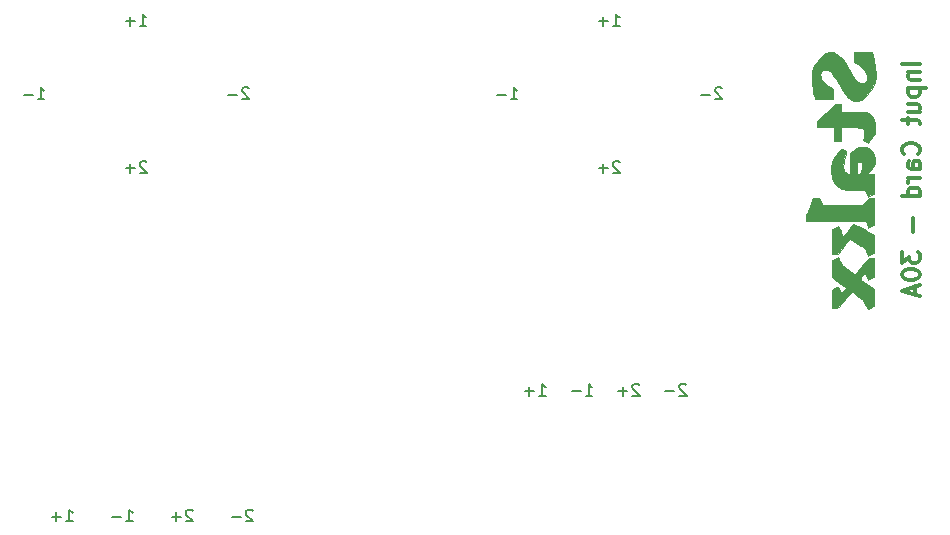
<source format=gbr>
%TF.GenerationSoftware,KiCad,Pcbnew,(5.1.6)-1*%
%TF.CreationDate,2020-12-17T23:04:29+01:00*%
%TF.ProjectId,Ingressi,496e6772-6573-4736-992e-6b696361645f,v1.0*%
%TF.SameCoordinates,Original*%
%TF.FileFunction,Legend,Bot*%
%TF.FilePolarity,Positive*%
%FSLAX46Y46*%
G04 Gerber Fmt 4.6, Leading zero omitted, Abs format (unit mm)*
G04 Created by KiCad (PCBNEW (5.1.6)-1) date 2020-12-17 23:04:29*
%MOMM*%
%LPD*%
G01*
G04 APERTURE LIST*
%ADD10C,0.150000*%
%ADD11C,0.300000*%
%ADD12C,0.010000*%
G04 APERTURE END LIST*
D10*
X55804761Y-55997619D02*
X55757142Y-55950000D01*
X55661904Y-55902380D01*
X55423809Y-55902380D01*
X55328571Y-55950000D01*
X55280952Y-55997619D01*
X55233333Y-56092857D01*
X55233333Y-56188095D01*
X55280952Y-56330952D01*
X55852380Y-56902380D01*
X55233333Y-56902380D01*
X54804761Y-56521428D02*
X54042857Y-56521428D01*
X54423809Y-56902380D02*
X54423809Y-56140476D01*
X55233333Y-44436380D02*
X55804761Y-44436380D01*
X55519047Y-44436380D02*
X55519047Y-43436380D01*
X55614285Y-43579238D01*
X55709523Y-43674476D01*
X55804761Y-43722095D01*
X54804761Y-44055428D02*
X54042857Y-44055428D01*
X54423809Y-44436380D02*
X54423809Y-43674476D01*
X46583333Y-50652380D02*
X47154761Y-50652380D01*
X46869047Y-50652380D02*
X46869047Y-49652380D01*
X46964285Y-49795238D01*
X47059523Y-49890476D01*
X47154761Y-49938095D01*
X46154761Y-50271428D02*
X45392857Y-50271428D01*
X64465961Y-49747619D02*
X64418342Y-49700000D01*
X64323104Y-49652380D01*
X64085009Y-49652380D01*
X63989771Y-49700000D01*
X63942152Y-49747619D01*
X63894533Y-49842857D01*
X63894533Y-49938095D01*
X63942152Y-50080952D01*
X64513580Y-50652380D01*
X63894533Y-50652380D01*
X63465961Y-50271428D02*
X62704057Y-50271428D01*
X95854761Y-55997619D02*
X95807142Y-55950000D01*
X95711904Y-55902380D01*
X95473809Y-55902380D01*
X95378571Y-55950000D01*
X95330952Y-55997619D01*
X95283333Y-56092857D01*
X95283333Y-56188095D01*
X95330952Y-56330952D01*
X95902380Y-56902380D01*
X95283333Y-56902380D01*
X94854761Y-56521428D02*
X94092857Y-56521428D01*
X94473809Y-56902380D02*
X94473809Y-56140476D01*
X95283333Y-44436380D02*
X95854761Y-44436380D01*
X95569047Y-44436380D02*
X95569047Y-43436380D01*
X95664285Y-43579238D01*
X95759523Y-43674476D01*
X95854761Y-43722095D01*
X94854761Y-44055428D02*
X94092857Y-44055428D01*
X94473809Y-44436380D02*
X94473809Y-43674476D01*
X86633333Y-50652380D02*
X87204761Y-50652380D01*
X86919047Y-50652380D02*
X86919047Y-49652380D01*
X87014285Y-49795238D01*
X87109523Y-49890476D01*
X87204761Y-49938095D01*
X86204761Y-50271428D02*
X85442857Y-50271428D01*
X104515961Y-49747619D02*
X104468342Y-49700000D01*
X104373104Y-49652380D01*
X104135009Y-49652380D01*
X104039771Y-49700000D01*
X103992152Y-49747619D01*
X103944533Y-49842857D01*
X103944533Y-49938095D01*
X103992152Y-50080952D01*
X104563580Y-50652380D01*
X103944533Y-50652380D01*
X103515961Y-50271428D02*
X102754057Y-50271428D01*
X48983333Y-86405980D02*
X49554761Y-86405980D01*
X49269047Y-86405980D02*
X49269047Y-85405980D01*
X49364285Y-85548838D01*
X49459523Y-85644076D01*
X49554761Y-85691695D01*
X48554761Y-86025028D02*
X47792857Y-86025028D01*
X48173809Y-86405980D02*
X48173809Y-85644076D01*
X54063333Y-86405980D02*
X54634761Y-86405980D01*
X54349047Y-86405980D02*
X54349047Y-85405980D01*
X54444285Y-85548838D01*
X54539523Y-85644076D01*
X54634761Y-85691695D01*
X53634761Y-86025028D02*
X52872857Y-86025028D01*
X64794761Y-85501219D02*
X64747142Y-85453600D01*
X64651904Y-85405980D01*
X64413809Y-85405980D01*
X64318571Y-85453600D01*
X64270952Y-85501219D01*
X64223333Y-85596457D01*
X64223333Y-85691695D01*
X64270952Y-85834552D01*
X64842380Y-86405980D01*
X64223333Y-86405980D01*
X63794761Y-86025028D02*
X63032857Y-86025028D01*
X59714761Y-85501219D02*
X59667142Y-85453600D01*
X59571904Y-85405980D01*
X59333809Y-85405980D01*
X59238571Y-85453600D01*
X59190952Y-85501219D01*
X59143333Y-85596457D01*
X59143333Y-85691695D01*
X59190952Y-85834552D01*
X59762380Y-86405980D01*
X59143333Y-86405980D01*
X58714761Y-86025028D02*
X57952857Y-86025028D01*
X58333809Y-86405980D02*
X58333809Y-85644076D01*
X92993333Y-75752380D02*
X93564761Y-75752380D01*
X93279047Y-75752380D02*
X93279047Y-74752380D01*
X93374285Y-74895238D01*
X93469523Y-74990476D01*
X93564761Y-75038095D01*
X92564761Y-75371428D02*
X91802857Y-75371428D01*
X97524761Y-74847619D02*
X97477142Y-74800000D01*
X97381904Y-74752380D01*
X97143809Y-74752380D01*
X97048571Y-74800000D01*
X97000952Y-74847619D01*
X96953333Y-74942857D01*
X96953333Y-75038095D01*
X97000952Y-75180952D01*
X97572380Y-75752380D01*
X96953333Y-75752380D01*
X96524761Y-75371428D02*
X95762857Y-75371428D01*
X96143809Y-75752380D02*
X96143809Y-74990476D01*
X89033333Y-75752380D02*
X89604761Y-75752380D01*
X89319047Y-75752380D02*
X89319047Y-74752380D01*
X89414285Y-74895238D01*
X89509523Y-74990476D01*
X89604761Y-75038095D01*
X88604761Y-75371428D02*
X87842857Y-75371428D01*
X88223809Y-75752380D02*
X88223809Y-74990476D01*
X101484761Y-74847619D02*
X101437142Y-74800000D01*
X101341904Y-74752380D01*
X101103809Y-74752380D01*
X101008571Y-74800000D01*
X100960952Y-74847619D01*
X100913333Y-74942857D01*
X100913333Y-75038095D01*
X100960952Y-75180952D01*
X101532380Y-75752380D01*
X100913333Y-75752380D01*
X100484761Y-75371428D02*
X99722857Y-75371428D01*
D11*
X121278571Y-47650000D02*
X119778571Y-47650000D01*
X120278571Y-48364285D02*
X121278571Y-48364285D01*
X120421428Y-48364285D02*
X120350000Y-48435714D01*
X120278571Y-48578571D01*
X120278571Y-48792857D01*
X120350000Y-48935714D01*
X120492857Y-49007142D01*
X121278571Y-49007142D01*
X120278571Y-49721428D02*
X121778571Y-49721428D01*
X120350000Y-49721428D02*
X120278571Y-49864285D01*
X120278571Y-50150000D01*
X120350000Y-50292857D01*
X120421428Y-50364285D01*
X120564285Y-50435714D01*
X120992857Y-50435714D01*
X121135714Y-50364285D01*
X121207142Y-50292857D01*
X121278571Y-50150000D01*
X121278571Y-49864285D01*
X121207142Y-49721428D01*
X120278571Y-51721428D02*
X121278571Y-51721428D01*
X120278571Y-51078571D02*
X121064285Y-51078571D01*
X121207142Y-51150000D01*
X121278571Y-51292857D01*
X121278571Y-51507142D01*
X121207142Y-51650000D01*
X121135714Y-51721428D01*
X120278571Y-52221428D02*
X120278571Y-52792857D01*
X119778571Y-52435714D02*
X121064285Y-52435714D01*
X121207142Y-52507142D01*
X121278571Y-52650000D01*
X121278571Y-52792857D01*
X121135714Y-55292857D02*
X121207142Y-55221428D01*
X121278571Y-55007142D01*
X121278571Y-54864285D01*
X121207142Y-54650000D01*
X121064285Y-54507142D01*
X120921428Y-54435714D01*
X120635714Y-54364285D01*
X120421428Y-54364285D01*
X120135714Y-54435714D01*
X119992857Y-54507142D01*
X119850000Y-54650000D01*
X119778571Y-54864285D01*
X119778571Y-55007142D01*
X119850000Y-55221428D01*
X119921428Y-55292857D01*
X121278571Y-56578571D02*
X120492857Y-56578571D01*
X120350000Y-56507142D01*
X120278571Y-56364285D01*
X120278571Y-56078571D01*
X120350000Y-55935714D01*
X121207142Y-56578571D02*
X121278571Y-56435714D01*
X121278571Y-56078571D01*
X121207142Y-55935714D01*
X121064285Y-55864285D01*
X120921428Y-55864285D01*
X120778571Y-55935714D01*
X120707142Y-56078571D01*
X120707142Y-56435714D01*
X120635714Y-56578571D01*
X121278571Y-57292857D02*
X120278571Y-57292857D01*
X120564285Y-57292857D02*
X120421428Y-57364285D01*
X120350000Y-57435714D01*
X120278571Y-57578571D01*
X120278571Y-57721428D01*
X121278571Y-58864285D02*
X119778571Y-58864285D01*
X121207142Y-58864285D02*
X121278571Y-58721428D01*
X121278571Y-58435714D01*
X121207142Y-58292857D01*
X121135714Y-58221428D01*
X120992857Y-58150000D01*
X120564285Y-58150000D01*
X120421428Y-58221428D01*
X120350000Y-58292857D01*
X120278571Y-58435714D01*
X120278571Y-58721428D01*
X120350000Y-58864285D01*
X120707142Y-60721428D02*
X120707142Y-61864285D01*
X119778571Y-63578571D02*
X119778571Y-64507142D01*
X120350000Y-64007142D01*
X120350000Y-64221428D01*
X120421428Y-64364285D01*
X120492857Y-64435714D01*
X120635714Y-64507142D01*
X120992857Y-64507142D01*
X121135714Y-64435714D01*
X121207142Y-64364285D01*
X121278571Y-64221428D01*
X121278571Y-63792857D01*
X121207142Y-63650000D01*
X121135714Y-63578571D01*
X119778571Y-65435714D02*
X119778571Y-65578571D01*
X119850000Y-65721428D01*
X119921428Y-65792857D01*
X120064285Y-65864285D01*
X120350000Y-65935714D01*
X120707142Y-65935714D01*
X120992857Y-65864285D01*
X121135714Y-65792857D01*
X121207142Y-65721428D01*
X121278571Y-65578571D01*
X121278571Y-65435714D01*
X121207142Y-65292857D01*
X121135714Y-65221428D01*
X120992857Y-65150000D01*
X120707142Y-65078571D01*
X120350000Y-65078571D01*
X120064285Y-65150000D01*
X119921428Y-65221428D01*
X119850000Y-65292857D01*
X119778571Y-65435714D01*
X120850000Y-66507142D02*
X120850000Y-67221428D01*
X121278571Y-66364285D02*
X119778571Y-66864285D01*
X121278571Y-67364285D01*
D12*
G36*
X112124550Y-48712848D02*
G01*
X112135729Y-49024732D01*
X112165953Y-49361386D01*
X112213185Y-49708847D01*
X112275392Y-50053150D01*
X112350538Y-50380333D01*
X112387192Y-50515322D01*
X112420316Y-50631077D01*
X113960590Y-50631077D01*
X113960590Y-49780646D01*
X113811762Y-49707262D01*
X113540072Y-49553078D01*
X113297933Y-49371771D01*
X113202869Y-49286053D01*
X113074347Y-49154311D01*
X112979512Y-49033241D01*
X112912421Y-48914179D01*
X112871130Y-48802552D01*
X112841037Y-48642679D01*
X112847807Y-48501688D01*
X112889386Y-48382675D01*
X112963719Y-48288735D01*
X113068751Y-48222965D01*
X113202429Y-48188458D01*
X113281717Y-48183896D01*
X113379985Y-48190177D01*
X113472703Y-48210459D01*
X113562381Y-48247382D01*
X113651530Y-48303583D01*
X113742659Y-48381699D01*
X113838278Y-48484369D01*
X113940898Y-48614229D01*
X114053029Y-48773917D01*
X114177181Y-48966072D01*
X114315864Y-49193330D01*
X114435562Y-49396355D01*
X114583372Y-49646099D01*
X114715110Y-49859828D01*
X114833688Y-50041333D01*
X114942014Y-50194402D01*
X115042997Y-50322824D01*
X115139548Y-50430389D01*
X115234574Y-50520886D01*
X115330986Y-50598105D01*
X115389530Y-50638859D01*
X115529835Y-50722554D01*
X115658179Y-50776525D01*
X115789884Y-50805693D01*
X115937828Y-50814961D01*
X116026584Y-50814161D01*
X116093812Y-50807605D01*
X116155291Y-50791371D01*
X116226805Y-50761535D01*
X116304966Y-50723691D01*
X116487579Y-50613158D01*
X116670086Y-50465420D01*
X116847657Y-50287114D01*
X117015465Y-50084878D01*
X117168681Y-49865349D01*
X117302475Y-49635167D01*
X117412020Y-49400968D01*
X117492486Y-49169390D01*
X117521380Y-49051504D01*
X117537961Y-48935777D01*
X117547774Y-48789414D01*
X117550463Y-48625409D01*
X117545671Y-48456755D01*
X117540069Y-48371094D01*
X117512893Y-48079933D01*
X117478164Y-47787454D01*
X117437389Y-47503652D01*
X117392073Y-47238519D01*
X117343723Y-47002049D01*
X117316695Y-46889055D01*
X117256171Y-46651302D01*
X116479301Y-46645508D01*
X115702430Y-46639714D01*
X115702430Y-47472174D01*
X115874597Y-47572210D01*
X116119384Y-47729308D01*
X116330392Y-47895629D01*
X116506253Y-48069049D01*
X116645598Y-48247444D01*
X116747060Y-48428692D01*
X116809270Y-48610668D01*
X116830859Y-48791249D01*
X116810459Y-48968310D01*
X116799793Y-49007946D01*
X116743625Y-49123516D01*
X116655807Y-49216526D01*
X116545187Y-49281858D01*
X116420618Y-49314392D01*
X116290948Y-49309011D01*
X116282387Y-49307189D01*
X116198456Y-49282977D01*
X116123574Y-49247049D01*
X116047572Y-49192719D01*
X115960282Y-49113301D01*
X115908479Y-49061329D01*
X115847297Y-48995137D01*
X115784690Y-48919555D01*
X115717678Y-48830178D01*
X115643279Y-48722603D01*
X115558513Y-48592425D01*
X115460399Y-48435241D01*
X115345957Y-48246646D01*
X115262222Y-48106511D01*
X115129841Y-47886345D01*
X115014548Y-47700326D01*
X114912887Y-47543582D01*
X114821404Y-47411239D01*
X114736641Y-47298425D01*
X114655145Y-47200267D01*
X114573458Y-47111892D01*
X114517322Y-47056134D01*
X114360737Y-46916470D01*
X114216027Y-46813052D01*
X114075641Y-46742537D01*
X113932028Y-46701583D01*
X113777636Y-46686848D01*
X113686997Y-46688623D01*
X113558999Y-46701448D01*
X113453205Y-46727647D01*
X113378755Y-46757531D01*
X113184058Y-46867315D01*
X112990857Y-47015016D01*
X112804070Y-47194589D01*
X112628617Y-47399987D01*
X112469418Y-47625164D01*
X112331391Y-47864072D01*
X112219457Y-48110666D01*
X112173560Y-48238802D01*
X112152926Y-48308529D01*
X112138829Y-48375313D01*
X112130140Y-48450066D01*
X112125732Y-48543698D01*
X112124477Y-48667122D01*
X112124550Y-48712848D01*
G37*
X112124550Y-48712848D02*
X112135729Y-49024732D01*
X112165953Y-49361386D01*
X112213185Y-49708847D01*
X112275392Y-50053150D01*
X112350538Y-50380333D01*
X112387192Y-50515322D01*
X112420316Y-50631077D01*
X113960590Y-50631077D01*
X113960590Y-49780646D01*
X113811762Y-49707262D01*
X113540072Y-49553078D01*
X113297933Y-49371771D01*
X113202869Y-49286053D01*
X113074347Y-49154311D01*
X112979512Y-49033241D01*
X112912421Y-48914179D01*
X112871130Y-48802552D01*
X112841037Y-48642679D01*
X112847807Y-48501688D01*
X112889386Y-48382675D01*
X112963719Y-48288735D01*
X113068751Y-48222965D01*
X113202429Y-48188458D01*
X113281717Y-48183896D01*
X113379985Y-48190177D01*
X113472703Y-48210459D01*
X113562381Y-48247382D01*
X113651530Y-48303583D01*
X113742659Y-48381699D01*
X113838278Y-48484369D01*
X113940898Y-48614229D01*
X114053029Y-48773917D01*
X114177181Y-48966072D01*
X114315864Y-49193330D01*
X114435562Y-49396355D01*
X114583372Y-49646099D01*
X114715110Y-49859828D01*
X114833688Y-50041333D01*
X114942014Y-50194402D01*
X115042997Y-50322824D01*
X115139548Y-50430389D01*
X115234574Y-50520886D01*
X115330986Y-50598105D01*
X115389530Y-50638859D01*
X115529835Y-50722554D01*
X115658179Y-50776525D01*
X115789884Y-50805693D01*
X115937828Y-50814961D01*
X116026584Y-50814161D01*
X116093812Y-50807605D01*
X116155291Y-50791371D01*
X116226805Y-50761535D01*
X116304966Y-50723691D01*
X116487579Y-50613158D01*
X116670086Y-50465420D01*
X116847657Y-50287114D01*
X117015465Y-50084878D01*
X117168681Y-49865349D01*
X117302475Y-49635167D01*
X117412020Y-49400968D01*
X117492486Y-49169390D01*
X117521380Y-49051504D01*
X117537961Y-48935777D01*
X117547774Y-48789414D01*
X117550463Y-48625409D01*
X117545671Y-48456755D01*
X117540069Y-48371094D01*
X117512893Y-48079933D01*
X117478164Y-47787454D01*
X117437389Y-47503652D01*
X117392073Y-47238519D01*
X117343723Y-47002049D01*
X117316695Y-46889055D01*
X117256171Y-46651302D01*
X116479301Y-46645508D01*
X115702430Y-46639714D01*
X115702430Y-47472174D01*
X115874597Y-47572210D01*
X116119384Y-47729308D01*
X116330392Y-47895629D01*
X116506253Y-48069049D01*
X116645598Y-48247444D01*
X116747060Y-48428692D01*
X116809270Y-48610668D01*
X116830859Y-48791249D01*
X116810459Y-48968310D01*
X116799793Y-49007946D01*
X116743625Y-49123516D01*
X116655807Y-49216526D01*
X116545187Y-49281858D01*
X116420618Y-49314392D01*
X116290948Y-49309011D01*
X116282387Y-49307189D01*
X116198456Y-49282977D01*
X116123574Y-49247049D01*
X116047572Y-49192719D01*
X115960282Y-49113301D01*
X115908479Y-49061329D01*
X115847297Y-48995137D01*
X115784690Y-48919555D01*
X115717678Y-48830178D01*
X115643279Y-48722603D01*
X115558513Y-48592425D01*
X115460399Y-48435241D01*
X115345957Y-48246646D01*
X115262222Y-48106511D01*
X115129841Y-47886345D01*
X115014548Y-47700326D01*
X114912887Y-47543582D01*
X114821404Y-47411239D01*
X114736641Y-47298425D01*
X114655145Y-47200267D01*
X114573458Y-47111892D01*
X114517322Y-47056134D01*
X114360737Y-46916470D01*
X114216027Y-46813052D01*
X114075641Y-46742537D01*
X113932028Y-46701583D01*
X113777636Y-46686848D01*
X113686997Y-46688623D01*
X113558999Y-46701448D01*
X113453205Y-46727647D01*
X113378755Y-46757531D01*
X113184058Y-46867315D01*
X112990857Y-47015016D01*
X112804070Y-47194589D01*
X112628617Y-47399987D01*
X112469418Y-47625164D01*
X112331391Y-47864072D01*
X112219457Y-48110666D01*
X112173560Y-48238802D01*
X112152926Y-48308529D01*
X112138829Y-48375313D01*
X112130140Y-48450066D01*
X112125732Y-48543698D01*
X112124477Y-48667122D01*
X112124550Y-48712848D01*
G36*
X114048784Y-53056424D02*
G01*
X114048784Y-54225000D01*
X114577951Y-54225000D01*
X114577951Y-53056424D01*
X115456635Y-53056424D01*
X115676442Y-53056467D01*
X115856526Y-53056749D01*
X116001259Y-53057497D01*
X116115016Y-53058939D01*
X116202170Y-53061305D01*
X116267093Y-53064822D01*
X116314161Y-53069717D01*
X116347746Y-53076220D01*
X116372222Y-53084559D01*
X116391962Y-53094961D01*
X116409045Y-53106108D01*
X116485895Y-53174413D01*
X116539328Y-53263915D01*
X116574404Y-53383942D01*
X116581625Y-53424292D01*
X116590870Y-53607808D01*
X116563666Y-53810861D01*
X116517799Y-53978934D01*
X116495334Y-54053087D01*
X116481322Y-54111135D01*
X116478760Y-54139665D01*
X116499938Y-54155381D01*
X116551142Y-54183366D01*
X116621803Y-54218663D01*
X116701353Y-54256318D01*
X116779223Y-54291373D01*
X116844845Y-54318872D01*
X116887652Y-54333860D01*
X116895799Y-54335243D01*
X116913775Y-54318731D01*
X116954354Y-54272758D01*
X117013065Y-54202670D01*
X117085434Y-54113810D01*
X117166991Y-54011525D01*
X117172477Y-54004572D01*
X117265618Y-53886410D01*
X117336014Y-53793641D01*
X117387093Y-53716908D01*
X117422280Y-53646854D01*
X117445000Y-53574124D01*
X117458681Y-53489360D01*
X117466749Y-53383206D01*
X117472629Y-53246305D01*
X117475258Y-53177691D01*
X117478758Y-52976491D01*
X117471784Y-52809263D01*
X117456428Y-52681375D01*
X117403029Y-52447009D01*
X117325108Y-52248681D01*
X117221275Y-52084888D01*
X117090141Y-51954127D01*
X116930317Y-51854894D01*
X116740414Y-51785684D01*
X116601718Y-51756334D01*
X116548100Y-51751260D01*
X116455406Y-51746625D01*
X116328656Y-51742535D01*
X116172872Y-51739095D01*
X115993074Y-51736410D01*
X115794281Y-51734586D01*
X115581515Y-51733727D01*
X115520529Y-51733674D01*
X114577951Y-51733507D01*
X114577951Y-51027952D01*
X114167774Y-51027952D01*
X112593576Y-52531220D01*
X112593576Y-53056424D01*
X114048784Y-53056424D01*
G37*
X114048784Y-53056424D02*
X114048784Y-54225000D01*
X114577951Y-54225000D01*
X114577951Y-53056424D01*
X115456635Y-53056424D01*
X115676442Y-53056467D01*
X115856526Y-53056749D01*
X116001259Y-53057497D01*
X116115016Y-53058939D01*
X116202170Y-53061305D01*
X116267093Y-53064822D01*
X116314161Y-53069717D01*
X116347746Y-53076220D01*
X116372222Y-53084559D01*
X116391962Y-53094961D01*
X116409045Y-53106108D01*
X116485895Y-53174413D01*
X116539328Y-53263915D01*
X116574404Y-53383942D01*
X116581625Y-53424292D01*
X116590870Y-53607808D01*
X116563666Y-53810861D01*
X116517799Y-53978934D01*
X116495334Y-54053087D01*
X116481322Y-54111135D01*
X116478760Y-54139665D01*
X116499938Y-54155381D01*
X116551142Y-54183366D01*
X116621803Y-54218663D01*
X116701353Y-54256318D01*
X116779223Y-54291373D01*
X116844845Y-54318872D01*
X116887652Y-54333860D01*
X116895799Y-54335243D01*
X116913775Y-54318731D01*
X116954354Y-54272758D01*
X117013065Y-54202670D01*
X117085434Y-54113810D01*
X117166991Y-54011525D01*
X117172477Y-54004572D01*
X117265618Y-53886410D01*
X117336014Y-53793641D01*
X117387093Y-53716908D01*
X117422280Y-53646854D01*
X117445000Y-53574124D01*
X117458681Y-53489360D01*
X117466749Y-53383206D01*
X117472629Y-53246305D01*
X117475258Y-53177691D01*
X117478758Y-52976491D01*
X117471784Y-52809263D01*
X117456428Y-52681375D01*
X117403029Y-52447009D01*
X117325108Y-52248681D01*
X117221275Y-52084888D01*
X117090141Y-51954127D01*
X116930317Y-51854894D01*
X116740414Y-51785684D01*
X116601718Y-51756334D01*
X116548100Y-51751260D01*
X116455406Y-51746625D01*
X116328656Y-51742535D01*
X116172872Y-51739095D01*
X115993074Y-51736410D01*
X115794281Y-51734586D01*
X115581515Y-51733727D01*
X115520529Y-51733674D01*
X114577951Y-51733507D01*
X114577951Y-51027952D01*
X114167774Y-51027952D01*
X112593576Y-52531220D01*
X112593576Y-53056424D01*
X114048784Y-53056424D01*
G36*
X113796176Y-56913066D02*
G01*
X113813940Y-57067507D01*
X113814814Y-57072898D01*
X113877163Y-57349083D01*
X113967933Y-57593126D01*
X114086615Y-57804346D01*
X114232699Y-57982058D01*
X114405677Y-58125582D01*
X114605040Y-58234232D01*
X114710243Y-58273892D01*
X114745009Y-58283933D01*
X114785643Y-58292326D01*
X114836606Y-58299294D01*
X114902358Y-58305058D01*
X114987358Y-58309840D01*
X115096068Y-58313862D01*
X115232948Y-58317347D01*
X115402458Y-58320514D01*
X115609058Y-58323588D01*
X115745318Y-58325385D01*
X116659127Y-58337066D01*
X116752829Y-58568577D01*
X116792963Y-58668268D01*
X116828924Y-58758555D01*
X116856255Y-58828192D01*
X116868867Y-58861355D01*
X116891203Y-58922623D01*
X117156981Y-58789393D01*
X117422758Y-58656163D01*
X117416978Y-57835156D01*
X117411198Y-57014150D01*
X117150090Y-57010275D01*
X117047369Y-57007899D01*
X116961749Y-57004311D01*
X116902288Y-57000000D01*
X116878128Y-56995548D01*
X116887845Y-56975799D01*
X116921201Y-56926844D01*
X116974338Y-56853948D01*
X117043393Y-56762377D01*
X117124507Y-56657394D01*
X117149016Y-56626106D01*
X117251889Y-56493560D01*
X117329721Y-56389082D01*
X117386120Y-56307215D01*
X117424695Y-56242502D01*
X117449053Y-56189487D01*
X117459563Y-56156471D01*
X117481387Y-56014194D01*
X117482540Y-55839753D01*
X117462980Y-55639956D01*
X117462767Y-55638462D01*
X117411192Y-55408065D01*
X117327137Y-55206661D01*
X117211712Y-55035394D01*
X117066027Y-54895407D01*
X116891190Y-54787844D01*
X116688311Y-54713848D01*
X116536167Y-54683466D01*
X116332511Y-54673534D01*
X116138200Y-54703584D01*
X116106938Y-54715422D01*
X116106938Y-55952688D01*
X116205799Y-55968632D01*
X116290417Y-56018766D01*
X116350562Y-56099239D01*
X116353765Y-56106309D01*
X116376057Y-56191858D01*
X116384897Y-56304993D01*
X116380655Y-56431422D01*
X116363701Y-56556854D01*
X116339659Y-56651742D01*
X116303155Y-56752953D01*
X116263206Y-56847624D01*
X116224125Y-56927025D01*
X116190223Y-56982423D01*
X116165814Y-57005089D01*
X116165080Y-57005192D01*
X116131778Y-57007041D01*
X116071280Y-57009433D01*
X116033159Y-57010705D01*
X115922916Y-57014150D01*
X115922916Y-56008688D01*
X116004068Y-55974780D01*
X116106938Y-55952688D01*
X116106938Y-54715422D01*
X115950594Y-54774628D01*
X115767056Y-54887680D01*
X115584949Y-55043751D01*
X115576821Y-55051726D01*
X115393750Y-55232343D01*
X115393750Y-57003125D01*
X115331532Y-57003125D01*
X115203930Y-56982221D01*
X115081806Y-56923932D01*
X114973266Y-56834890D01*
X114886415Y-56721729D01*
X114829767Y-56592492D01*
X114804817Y-56452896D01*
X114801864Y-56280419D01*
X114821038Y-56074017D01*
X114862471Y-55832642D01*
X114926294Y-55555249D01*
X114989361Y-55321434D01*
X115018268Y-55217106D01*
X115041191Y-55129264D01*
X115056147Y-55065914D01*
X115061155Y-55035059D01*
X115060699Y-55033406D01*
X115037040Y-55021706D01*
X114983451Y-54997342D01*
X114910544Y-54964997D01*
X114828931Y-54929353D01*
X114749224Y-54895095D01*
X114704718Y-54876311D01*
X114625852Y-54843359D01*
X114276684Y-55277119D01*
X114179373Y-55399101D01*
X114090227Y-55512926D01*
X114013392Y-55613132D01*
X113953012Y-55694261D01*
X113913233Y-55750853D01*
X113899326Y-55774104D01*
X113864394Y-55878805D01*
X113835199Y-56018129D01*
X113812338Y-56182905D01*
X113796409Y-56363959D01*
X113788007Y-56552119D01*
X113787731Y-56738212D01*
X113796176Y-56913066D01*
G37*
X113796176Y-56913066D02*
X113813940Y-57067507D01*
X113814814Y-57072898D01*
X113877163Y-57349083D01*
X113967933Y-57593126D01*
X114086615Y-57804346D01*
X114232699Y-57982058D01*
X114405677Y-58125582D01*
X114605040Y-58234232D01*
X114710243Y-58273892D01*
X114745009Y-58283933D01*
X114785643Y-58292326D01*
X114836606Y-58299294D01*
X114902358Y-58305058D01*
X114987358Y-58309840D01*
X115096068Y-58313862D01*
X115232948Y-58317347D01*
X115402458Y-58320514D01*
X115609058Y-58323588D01*
X115745318Y-58325385D01*
X116659127Y-58337066D01*
X116752829Y-58568577D01*
X116792963Y-58668268D01*
X116828924Y-58758555D01*
X116856255Y-58828192D01*
X116868867Y-58861355D01*
X116891203Y-58922623D01*
X117156981Y-58789393D01*
X117422758Y-58656163D01*
X117416978Y-57835156D01*
X117411198Y-57014150D01*
X117150090Y-57010275D01*
X117047369Y-57007899D01*
X116961749Y-57004311D01*
X116902288Y-57000000D01*
X116878128Y-56995548D01*
X116887845Y-56975799D01*
X116921201Y-56926844D01*
X116974338Y-56853948D01*
X117043393Y-56762377D01*
X117124507Y-56657394D01*
X117149016Y-56626106D01*
X117251889Y-56493560D01*
X117329721Y-56389082D01*
X117386120Y-56307215D01*
X117424695Y-56242502D01*
X117449053Y-56189487D01*
X117459563Y-56156471D01*
X117481387Y-56014194D01*
X117482540Y-55839753D01*
X117462980Y-55639956D01*
X117462767Y-55638462D01*
X117411192Y-55408065D01*
X117327137Y-55206661D01*
X117211712Y-55035394D01*
X117066027Y-54895407D01*
X116891190Y-54787844D01*
X116688311Y-54713848D01*
X116536167Y-54683466D01*
X116332511Y-54673534D01*
X116138200Y-54703584D01*
X116106938Y-54715422D01*
X116106938Y-55952688D01*
X116205799Y-55968632D01*
X116290417Y-56018766D01*
X116350562Y-56099239D01*
X116353765Y-56106309D01*
X116376057Y-56191858D01*
X116384897Y-56304993D01*
X116380655Y-56431422D01*
X116363701Y-56556854D01*
X116339659Y-56651742D01*
X116303155Y-56752953D01*
X116263206Y-56847624D01*
X116224125Y-56927025D01*
X116190223Y-56982423D01*
X116165814Y-57005089D01*
X116165080Y-57005192D01*
X116131778Y-57007041D01*
X116071280Y-57009433D01*
X116033159Y-57010705D01*
X115922916Y-57014150D01*
X115922916Y-56008688D01*
X116004068Y-55974780D01*
X116106938Y-55952688D01*
X116106938Y-54715422D01*
X115950594Y-54774628D01*
X115767056Y-54887680D01*
X115584949Y-55043751D01*
X115576821Y-55051726D01*
X115393750Y-55232343D01*
X115393750Y-57003125D01*
X115331532Y-57003125D01*
X115203930Y-56982221D01*
X115081806Y-56923932D01*
X114973266Y-56834890D01*
X114886415Y-56721729D01*
X114829767Y-56592492D01*
X114804817Y-56452896D01*
X114801864Y-56280419D01*
X114821038Y-56074017D01*
X114862471Y-55832642D01*
X114926294Y-55555249D01*
X114989361Y-55321434D01*
X115018268Y-55217106D01*
X115041191Y-55129264D01*
X115056147Y-55065914D01*
X115061155Y-55035059D01*
X115060699Y-55033406D01*
X115037040Y-55021706D01*
X114983451Y-54997342D01*
X114910544Y-54964997D01*
X114828931Y-54929353D01*
X114749224Y-54895095D01*
X114704718Y-54876311D01*
X114625852Y-54843359D01*
X114276684Y-55277119D01*
X114179373Y-55399101D01*
X114090227Y-55512926D01*
X114013392Y-55613132D01*
X113953012Y-55694261D01*
X113913233Y-55750853D01*
X113899326Y-55774104D01*
X113864394Y-55878805D01*
X113835199Y-56018129D01*
X113812338Y-56182905D01*
X113796409Y-56363959D01*
X113788007Y-56552119D01*
X113787731Y-56738212D01*
X113796176Y-56913066D01*
G36*
X111672261Y-60719897D02*
G01*
X111678559Y-60960851D01*
X114193627Y-60966456D01*
X116708696Y-60972061D01*
X116792193Y-61242064D01*
X116824953Y-61345321D01*
X116854417Y-61433275D01*
X116877582Y-61497302D01*
X116891450Y-61528780D01*
X116892372Y-61529988D01*
X116917204Y-61527407D01*
X116973279Y-61507618D01*
X117052730Y-61473782D01*
X117147688Y-61429059D01*
X117165638Y-61420188D01*
X117422222Y-61292468D01*
X117422222Y-60183389D01*
X117422032Y-59926047D01*
X117421407Y-59709580D01*
X117420262Y-59530767D01*
X117418514Y-59386387D01*
X117416079Y-59273219D01*
X117412872Y-59188043D01*
X117408810Y-59127637D01*
X117403808Y-59088781D01*
X117397783Y-59068253D01*
X117393007Y-59063100D01*
X117359143Y-59058837D01*
X117292747Y-59056762D01*
X117205340Y-59057111D01*
X117156970Y-59058280D01*
X116950147Y-59064671D01*
X116441059Y-59647159D01*
X113105619Y-59648959D01*
X112913219Y-59350582D01*
X112720819Y-59052206D01*
X112489995Y-59058438D01*
X112259170Y-59064671D01*
X112072730Y-59505643D01*
X112008843Y-59657034D01*
X111942514Y-59814702D01*
X111878612Y-59967042D01*
X111822005Y-60102449D01*
X111777558Y-60209321D01*
X111776127Y-60212779D01*
X111665963Y-60478942D01*
X111672261Y-60719897D01*
G37*
X111672261Y-60719897D02*
X111678559Y-60960851D01*
X114193627Y-60966456D01*
X116708696Y-60972061D01*
X116792193Y-61242064D01*
X116824953Y-61345321D01*
X116854417Y-61433275D01*
X116877582Y-61497302D01*
X116891450Y-61528780D01*
X116892372Y-61529988D01*
X116917204Y-61527407D01*
X116973279Y-61507618D01*
X117052730Y-61473782D01*
X117147688Y-61429059D01*
X117165638Y-61420188D01*
X117422222Y-61292468D01*
X117422222Y-60183389D01*
X117422032Y-59926047D01*
X117421407Y-59709580D01*
X117420262Y-59530767D01*
X117418514Y-59386387D01*
X117416079Y-59273219D01*
X117412872Y-59188043D01*
X117408810Y-59127637D01*
X117403808Y-59088781D01*
X117397783Y-59068253D01*
X117393007Y-59063100D01*
X117359143Y-59058837D01*
X117292747Y-59056762D01*
X117205340Y-59057111D01*
X117156970Y-59058280D01*
X116950147Y-59064671D01*
X116441059Y-59647159D01*
X113105619Y-59648959D01*
X112913219Y-59350582D01*
X112720819Y-59052206D01*
X112489995Y-59058438D01*
X112259170Y-59064671D01*
X112072730Y-59505643D01*
X112008843Y-59657034D01*
X111942514Y-59814702D01*
X111878612Y-59967042D01*
X111822005Y-60102449D01*
X111777558Y-60209321D01*
X111776127Y-60212779D01*
X111665963Y-60478942D01*
X111672261Y-60719897D01*
G36*
X114087369Y-63748286D02*
G01*
X114324392Y-63746571D01*
X114819697Y-63121652D01*
X114950018Y-62957539D01*
X115056008Y-62825023D01*
X115140495Y-62720958D01*
X115206303Y-62642198D01*
X115256260Y-62585598D01*
X115293191Y-62548010D01*
X115319923Y-62526290D01*
X115339282Y-62517290D01*
X115354094Y-62517866D01*
X115359888Y-62520336D01*
X115389187Y-62536835D01*
X115450733Y-62572251D01*
X115538732Y-62623204D01*
X115647388Y-62686312D01*
X115770907Y-62758192D01*
X115903493Y-62835464D01*
X116039351Y-62914744D01*
X116172687Y-62992652D01*
X116297704Y-63065805D01*
X116408607Y-63130822D01*
X116499602Y-63184321D01*
X116564894Y-63222920D01*
X116598687Y-63243237D01*
X116599063Y-63243472D01*
X116621979Y-63273561D01*
X116655866Y-63338893D01*
X116697673Y-63432905D01*
X116744350Y-63549033D01*
X116758985Y-63587573D01*
X116801344Y-63698281D01*
X116839516Y-63793778D01*
X116870414Y-63866660D01*
X116890948Y-63909523D01*
X116896644Y-63917583D01*
X116922035Y-63912276D01*
X116978303Y-63889698D01*
X117057431Y-63853362D01*
X117151404Y-63806782D01*
X117163005Y-63800821D01*
X117411198Y-63672830D01*
X117416997Y-62919795D01*
X117422796Y-62166759D01*
X116876806Y-61868312D01*
X116712051Y-61778180D01*
X116539075Y-61683416D01*
X116367808Y-61589472D01*
X116208180Y-61501795D01*
X116070121Y-61425837D01*
X115989062Y-61381139D01*
X115647309Y-61192412D01*
X115596939Y-61253020D01*
X115570525Y-61286143D01*
X115521335Y-61349113D01*
X115453378Y-61436748D01*
X115370662Y-61543864D01*
X115277197Y-61665280D01*
X115176992Y-61795813D01*
X115169693Y-61805334D01*
X114792818Y-62297040D01*
X114689995Y-62080942D01*
X114632656Y-61959251D01*
X114568417Y-61821086D01*
X114508245Y-61690081D01*
X114488855Y-61647378D01*
X114446520Y-61557733D01*
X114408341Y-61484093D01*
X114379084Y-61435243D01*
X114365434Y-61419963D01*
X114337112Y-61425549D01*
X114278138Y-61448029D01*
X114196945Y-61483877D01*
X114101966Y-61529567D01*
X114095338Y-61532883D01*
X113850347Y-61655751D01*
X113850347Y-63750000D01*
X114087369Y-63748286D01*
G37*
X114087369Y-63748286D02*
X114324392Y-63746571D01*
X114819697Y-63121652D01*
X114950018Y-62957539D01*
X115056008Y-62825023D01*
X115140495Y-62720958D01*
X115206303Y-62642198D01*
X115256260Y-62585598D01*
X115293191Y-62548010D01*
X115319923Y-62526290D01*
X115339282Y-62517290D01*
X115354094Y-62517866D01*
X115359888Y-62520336D01*
X115389187Y-62536835D01*
X115450733Y-62572251D01*
X115538732Y-62623204D01*
X115647388Y-62686312D01*
X115770907Y-62758192D01*
X115903493Y-62835464D01*
X116039351Y-62914744D01*
X116172687Y-62992652D01*
X116297704Y-63065805D01*
X116408607Y-63130822D01*
X116499602Y-63184321D01*
X116564894Y-63222920D01*
X116598687Y-63243237D01*
X116599063Y-63243472D01*
X116621979Y-63273561D01*
X116655866Y-63338893D01*
X116697673Y-63432905D01*
X116744350Y-63549033D01*
X116758985Y-63587573D01*
X116801344Y-63698281D01*
X116839516Y-63793778D01*
X116870414Y-63866660D01*
X116890948Y-63909523D01*
X116896644Y-63917583D01*
X116922035Y-63912276D01*
X116978303Y-63889698D01*
X117057431Y-63853362D01*
X117151404Y-63806782D01*
X117163005Y-63800821D01*
X117411198Y-63672830D01*
X117416997Y-62919795D01*
X117422796Y-62166759D01*
X116876806Y-61868312D01*
X116712051Y-61778180D01*
X116539075Y-61683416D01*
X116367808Y-61589472D01*
X116208180Y-61501795D01*
X116070121Y-61425837D01*
X115989062Y-61381139D01*
X115647309Y-61192412D01*
X115596939Y-61253020D01*
X115570525Y-61286143D01*
X115521335Y-61349113D01*
X115453378Y-61436748D01*
X115370662Y-61543864D01*
X115277197Y-61665280D01*
X115176992Y-61795813D01*
X115169693Y-61805334D01*
X114792818Y-62297040D01*
X114689995Y-62080942D01*
X114632656Y-61959251D01*
X114568417Y-61821086D01*
X114508245Y-61690081D01*
X114488855Y-61647378D01*
X114446520Y-61557733D01*
X114408341Y-61484093D01*
X114379084Y-61435243D01*
X114365434Y-61419963D01*
X114337112Y-61425549D01*
X114278138Y-61448029D01*
X114196945Y-61483877D01*
X114101966Y-61529567D01*
X114095338Y-61532883D01*
X113850347Y-61655751D01*
X113850347Y-63750000D01*
X114087369Y-63748286D01*
G36*
X113855568Y-65017249D02*
G01*
X113861371Y-65744904D01*
X114450635Y-66186124D01*
X114591006Y-66291539D01*
X114719436Y-66388581D01*
X114831820Y-66474103D01*
X114924052Y-66544956D01*
X114992027Y-66597992D01*
X115031641Y-66630061D01*
X115040299Y-66638368D01*
X115026218Y-66657612D01*
X114987338Y-66702686D01*
X114929170Y-66767388D01*
X114857222Y-66845519D01*
X114836293Y-66867958D01*
X114631886Y-67086523D01*
X114502015Y-66807324D01*
X114454760Y-66706764D01*
X114414153Y-66622293D01*
X114383719Y-66561097D01*
X114366984Y-66530360D01*
X114365047Y-66528125D01*
X114343788Y-66537384D01*
X114290734Y-66562695D01*
X114213516Y-66600363D01*
X114119769Y-66646693D01*
X114104149Y-66654461D01*
X113850347Y-66780797D01*
X113850347Y-68358160D01*
X114308455Y-68358160D01*
X114493827Y-68143186D01*
X114559058Y-68067535D01*
X114646968Y-67965577D01*
X114751443Y-67844405D01*
X114866366Y-67711112D01*
X114985623Y-67572790D01*
X115091444Y-67450050D01*
X115197946Y-67326824D01*
X115295394Y-67214654D01*
X115380005Y-67117852D01*
X115447992Y-67040728D01*
X115495570Y-66987592D01*
X115518955Y-66962755D01*
X115520381Y-66961571D01*
X115541576Y-66971732D01*
X115592790Y-67005636D01*
X115669301Y-67059874D01*
X115766383Y-67131034D01*
X115879313Y-67215705D01*
X116000090Y-67307951D01*
X116463107Y-67664646D01*
X116667042Y-68027896D01*
X116731359Y-68142851D01*
X116788025Y-68244879D01*
X116833557Y-68327649D01*
X116864472Y-68384826D01*
X116877286Y-68410080D01*
X116877342Y-68410239D01*
X116898134Y-68407909D01*
X116950770Y-68388304D01*
X117027964Y-68354486D01*
X117122433Y-68309519D01*
X117152964Y-68294357D01*
X117422222Y-68159383D01*
X117422222Y-66728488D01*
X116815885Y-66296019D01*
X116672229Y-66193123D01*
X116540722Y-66098099D01*
X116425518Y-66014010D01*
X116330766Y-65943921D01*
X116260618Y-65890897D01*
X116219225Y-65858001D01*
X116209548Y-65848405D01*
X116223317Y-65828289D01*
X116260385Y-65782816D01*
X116314400Y-65719266D01*
X116379007Y-65644918D01*
X116447851Y-65567053D01*
X116514579Y-65492950D01*
X116572835Y-65429888D01*
X116596609Y-65404971D01*
X116611128Y-65397037D01*
X116628224Y-65406230D01*
X116651251Y-65437654D01*
X116683563Y-65496413D01*
X116728515Y-65587611D01*
X116759639Y-65653018D01*
X116807952Y-65753620D01*
X116850012Y-65838170D01*
X116882146Y-65899509D01*
X116900677Y-65930475D01*
X116903249Y-65932813D01*
X116926170Y-65923527D01*
X116980696Y-65898146D01*
X117059034Y-65860382D01*
X117153392Y-65813947D01*
X117168420Y-65806477D01*
X117422222Y-65680141D01*
X117422222Y-64102778D01*
X116962108Y-64102778D01*
X116623035Y-64494141D01*
X116504928Y-64630552D01*
X116376207Y-64779375D01*
X116246496Y-64929472D01*
X116125422Y-65069704D01*
X116022607Y-65188934D01*
X116013260Y-65199785D01*
X115742558Y-65514065D01*
X115683909Y-65472012D01*
X115651050Y-65447535D01*
X115588571Y-65400155D01*
X115501758Y-65333913D01*
X115395898Y-65252850D01*
X115276277Y-65161009D01*
X115155762Y-65068268D01*
X114686264Y-64706578D01*
X114531047Y-64377117D01*
X114478902Y-64266864D01*
X114433402Y-64171473D01*
X114397799Y-64097699D01*
X114375350Y-64052303D01*
X114369182Y-64041004D01*
X114348148Y-64047763D01*
X114295322Y-64070974D01*
X114218254Y-64107166D01*
X114124491Y-64152868D01*
X114106149Y-64161972D01*
X113849765Y-64289593D01*
X113855568Y-65017249D01*
G37*
X113855568Y-65017249D02*
X113861371Y-65744904D01*
X114450635Y-66186124D01*
X114591006Y-66291539D01*
X114719436Y-66388581D01*
X114831820Y-66474103D01*
X114924052Y-66544956D01*
X114992027Y-66597992D01*
X115031641Y-66630061D01*
X115040299Y-66638368D01*
X115026218Y-66657612D01*
X114987338Y-66702686D01*
X114929170Y-66767388D01*
X114857222Y-66845519D01*
X114836293Y-66867958D01*
X114631886Y-67086523D01*
X114502015Y-66807324D01*
X114454760Y-66706764D01*
X114414153Y-66622293D01*
X114383719Y-66561097D01*
X114366984Y-66530360D01*
X114365047Y-66528125D01*
X114343788Y-66537384D01*
X114290734Y-66562695D01*
X114213516Y-66600363D01*
X114119769Y-66646693D01*
X114104149Y-66654461D01*
X113850347Y-66780797D01*
X113850347Y-68358160D01*
X114308455Y-68358160D01*
X114493827Y-68143186D01*
X114559058Y-68067535D01*
X114646968Y-67965577D01*
X114751443Y-67844405D01*
X114866366Y-67711112D01*
X114985623Y-67572790D01*
X115091444Y-67450050D01*
X115197946Y-67326824D01*
X115295394Y-67214654D01*
X115380005Y-67117852D01*
X115447992Y-67040728D01*
X115495570Y-66987592D01*
X115518955Y-66962755D01*
X115520381Y-66961571D01*
X115541576Y-66971732D01*
X115592790Y-67005636D01*
X115669301Y-67059874D01*
X115766383Y-67131034D01*
X115879313Y-67215705D01*
X116000090Y-67307951D01*
X116463107Y-67664646D01*
X116667042Y-68027896D01*
X116731359Y-68142851D01*
X116788025Y-68244879D01*
X116833557Y-68327649D01*
X116864472Y-68384826D01*
X116877286Y-68410080D01*
X116877342Y-68410239D01*
X116898134Y-68407909D01*
X116950770Y-68388304D01*
X117027964Y-68354486D01*
X117122433Y-68309519D01*
X117152964Y-68294357D01*
X117422222Y-68159383D01*
X117422222Y-66728488D01*
X116815885Y-66296019D01*
X116672229Y-66193123D01*
X116540722Y-66098099D01*
X116425518Y-66014010D01*
X116330766Y-65943921D01*
X116260618Y-65890897D01*
X116219225Y-65858001D01*
X116209548Y-65848405D01*
X116223317Y-65828289D01*
X116260385Y-65782816D01*
X116314400Y-65719266D01*
X116379007Y-65644918D01*
X116447851Y-65567053D01*
X116514579Y-65492950D01*
X116572835Y-65429888D01*
X116596609Y-65404971D01*
X116611128Y-65397037D01*
X116628224Y-65406230D01*
X116651251Y-65437654D01*
X116683563Y-65496413D01*
X116728515Y-65587611D01*
X116759639Y-65653018D01*
X116807952Y-65753620D01*
X116850012Y-65838170D01*
X116882146Y-65899509D01*
X116900677Y-65930475D01*
X116903249Y-65932813D01*
X116926170Y-65923527D01*
X116980696Y-65898146D01*
X117059034Y-65860382D01*
X117153392Y-65813947D01*
X117168420Y-65806477D01*
X117422222Y-65680141D01*
X117422222Y-64102778D01*
X116962108Y-64102778D01*
X116623035Y-64494141D01*
X116504928Y-64630552D01*
X116376207Y-64779375D01*
X116246496Y-64929472D01*
X116125422Y-65069704D01*
X116022607Y-65188934D01*
X116013260Y-65199785D01*
X115742558Y-65514065D01*
X115683909Y-65472012D01*
X115651050Y-65447535D01*
X115588571Y-65400155D01*
X115501758Y-65333913D01*
X115395898Y-65252850D01*
X115276277Y-65161009D01*
X115155762Y-65068268D01*
X114686264Y-64706578D01*
X114531047Y-64377117D01*
X114478902Y-64266864D01*
X114433402Y-64171473D01*
X114397799Y-64097699D01*
X114375350Y-64052303D01*
X114369182Y-64041004D01*
X114348148Y-64047763D01*
X114295322Y-64070974D01*
X114218254Y-64107166D01*
X114124491Y-64152868D01*
X114106149Y-64161972D01*
X113849765Y-64289593D01*
X113855568Y-65017249D01*
M02*

</source>
